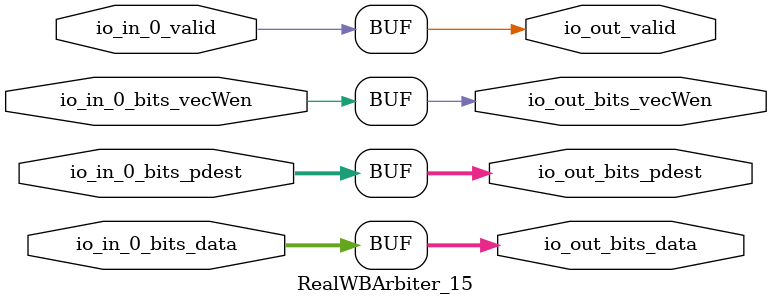
<source format=sv>
`ifndef RANDOMIZE
  `ifdef RANDOMIZE_MEM_INIT
    `define RANDOMIZE
  `endif // RANDOMIZE_MEM_INIT
`endif // not def RANDOMIZE
`ifndef RANDOMIZE
  `ifdef RANDOMIZE_REG_INIT
    `define RANDOMIZE
  `endif // RANDOMIZE_REG_INIT
`endif // not def RANDOMIZE

`ifndef RANDOM
  `define RANDOM $random
`endif // not def RANDOM

// Users can define INIT_RANDOM as general code that gets injected into the
// initializer block for modules with registers.
`ifndef INIT_RANDOM
  `define INIT_RANDOM
`endif // not def INIT_RANDOM

// If using random initialization, you can also define RANDOMIZE_DELAY to
// customize the delay used, otherwise 0.002 is used.
`ifndef RANDOMIZE_DELAY
  `define RANDOMIZE_DELAY 0.002
`endif // not def RANDOMIZE_DELAY

// Define INIT_RANDOM_PROLOG_ for use in our modules below.
`ifndef INIT_RANDOM_PROLOG_
  `ifdef RANDOMIZE
    `ifdef VERILATOR
      `define INIT_RANDOM_PROLOG_ `INIT_RANDOM
    `else  // VERILATOR
      `define INIT_RANDOM_PROLOG_ `INIT_RANDOM #`RANDOMIZE_DELAY begin end
    `endif // VERILATOR
  `else  // RANDOMIZE
    `define INIT_RANDOM_PROLOG_
  `endif // RANDOMIZE
`endif // not def INIT_RANDOM_PROLOG_

// Include register initializers in init blocks unless synthesis is set
`ifndef SYNTHESIS
  `ifndef ENABLE_INITIAL_REG_
    `define ENABLE_INITIAL_REG_
  `endif // not def ENABLE_INITIAL_REG_
`endif // not def SYNTHESIS

// Include rmemory initializers in init blocks unless synthesis is set
`ifndef SYNTHESIS
  `ifndef ENABLE_INITIAL_MEM_
    `define ENABLE_INITIAL_MEM_
  `endif // not def ENABLE_INITIAL_MEM_
`endif // not def SYNTHESIS

module RealWBArbiter_15(
  input          io_in_0_valid,
  input          io_in_0_bits_vecWen,
  input  [7:0]   io_in_0_bits_pdest,
  input  [127:0] io_in_0_bits_data,
  output         io_out_valid,
  output         io_out_bits_vecWen,
  output [7:0]   io_out_bits_pdest,
  output [127:0] io_out_bits_data
);

  assign io_out_valid = io_in_0_valid;
  assign io_out_bits_vecWen = io_in_0_bits_vecWen;
  assign io_out_bits_pdest = io_in_0_bits_pdest;
  assign io_out_bits_data = io_in_0_bits_data;
endmodule


</source>
